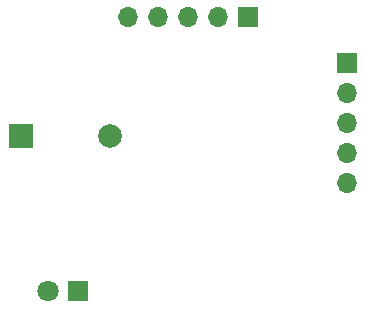
<source format=gbr>
%TF.GenerationSoftware,KiCad,Pcbnew,8.0.6*%
%TF.CreationDate,2024-10-18T13:40:27-03:00*%
%TF.ProjectId,FritzenLab-egg-timer,46726974-7a65-46e4-9c61-622d6567672d,rev?*%
%TF.SameCoordinates,Original*%
%TF.FileFunction,Soldermask,Bot*%
%TF.FilePolarity,Negative*%
%FSLAX46Y46*%
G04 Gerber Fmt 4.6, Leading zero omitted, Abs format (unit mm)*
G04 Created by KiCad (PCBNEW 8.0.6) date 2024-10-18 13:40:27*
%MOMM*%
%LPD*%
G01*
G04 APERTURE LIST*
%ADD10R,1.700000X1.700000*%
%ADD11O,1.700000X1.700000*%
%ADD12R,1.800000X1.800000*%
%ADD13C,1.800000*%
%ADD14R,2.000000X2.000000*%
%ADD15C,2.000000*%
G04 APERTURE END LIST*
D10*
%TO.C,J1*%
X89720000Y-37800000D03*
D11*
X87180000Y-37800000D03*
X84640000Y-37800000D03*
X82100000Y-37800000D03*
X79560000Y-37800000D03*
%TD*%
D12*
%TO.C,D1*%
X75340000Y-61000000D03*
D13*
X72800000Y-61000000D03*
%TD*%
D14*
%TO.C,BZ1*%
X70500000Y-47900000D03*
D15*
X78100000Y-47900000D03*
%TD*%
D10*
%TO.C,J2*%
X98125000Y-41720000D03*
D11*
X98125000Y-44260000D03*
X98125000Y-46800000D03*
X98125000Y-49340000D03*
X98125000Y-51880000D03*
%TD*%
M02*

</source>
